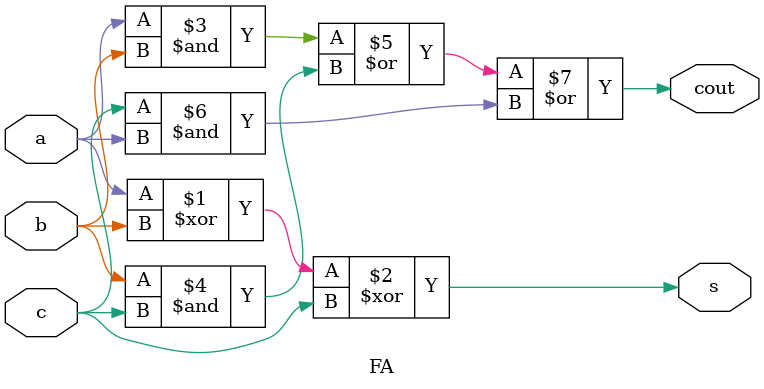
<source format=sv>
`timescale 1ns/1ps

module RCA(
    input [3:0] a,b,
    input cin,
    output [3:0] s,
    output cout
    );
  

  wire [2:0] c; //interconnects
  
  
  FA adder1(a[0],b[0],cin,s[0],c[0]);
  FA adder2(a[1],b[1],c[0],s[1],c[1]);
  FA adder3(a[2],b[2],c[1],s[2],c[2]);
  FA adder4(a[3],b[3],c[2],s[3],cout);
endmodule

module FA(input a,b,c,
          output s,cout);
  
  assign s=a^b^c;
  assign cout= (a&b)|(b&c)|(c&a);
  
endmodule
 
</source>
